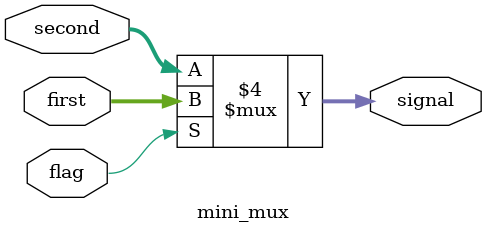
<source format=v>
module mini_mux(first,second,flag,signal);
input [4:0] first;
input [4:0] second;
input flag;
output reg [4:0] signal;

always@(*)
begin
    if(flag == 1)
        signal = first;
    else
        signal = second;
    //$display("Wreg is %d", signal);
end
endmodule

</source>
